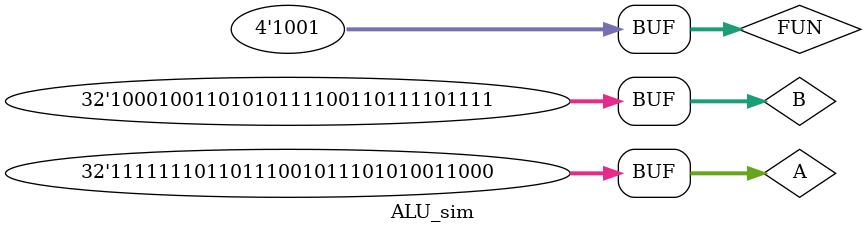
<source format=sv>
`timescale 1ns / 1ps


module ALU_sim();
    logic [31:0] A, B;
    logic [3:0] FUN;
    logic [31:0] RESULT;
    
    ALU alu( .A(A), .B(B), .ALU_FUN(FUN), .RESULT(RESULT));
    
    initial begin
        FUN = 4'b0000;                          // ADD
        A = 32'hA50F96C3; B = 32'h5AF0693C; #1;
        A = 32'h84105F21; B = 32'h7B105FDE; #1;
        A = 32'hFFFFFFFF; B = 32'h00000001; #1;       
        
        FUN = 4'b1000;                          // SUB
        A = 32'h00000000; B = 32'h00000001; #1; 
        A = 32'hAA806355; B = 32'h550162AA; #1;
        A = 32'h550162AA; B = 32'hAA806355; #1;
        
        FUN = 4'b0110;                          // OR
        A = 32'h9A9AC300; B = 32'h65A3CC0F; #1;
        A = 32'hC3C3F966; B = 32'hFF669F5A; #1;
        
        FUN = 4'b0111;                          // AND
        A = 32'hA55A00FF; B = 32'h5A5AFFFF; #1;
        A = 32'hC3C3F966; B = 32'hFF669F5A; #1;
        
        FUN = 4'b0100;                          // XOR
        A = 32'hAA5500FF; B = 32'h5AA50FF0; #1;
        A = 32'hA5A56C6C; B = 32'hFF00C6FF; #1;
        
        FUN = 4'b0101;                          // SRL
        A = 32'h805A6CF3; B = 32'h00000010; #1;
        A = 32'h705A6CF3; B = 32'h00000005; #1;
        A = 32'h805A6CF3; B = 32'h00000000; #1;
        A = 32'h805A6CF3; B = 32'h00000100; #1;
        
        FUN = 4'b0001;                          // SLL
        A = 32'h805A6CF3; B = 32'h00000010; #1;
        A = 32'h805A6CF3; B = 32'h00000005; #1;
        A = 32'h805A6CF3; B = 32'h00000100; #1;
        
        FUN = 4'b1101;                          // SRA
        A = 32'h805A6CF3; B = 32'h00000010; #1;
        A = 32'h705A6CF3; B = 32'h00000005; #1;
        A = 32'h805A6CF3; B = 32'h00000000; #1;
        A = 32'h805A6CF3; B = 32'h00000100; #1;
        
        FUN = 4'b0010;                          // SLT
        A = 32'h7FFFFFFF; B = 32'h80000000; #1;
        A = 32'h80000000; B = 32'h00000001; #1;
        A = 32'h00000000; B = 32'h00000000; #1;
        A = 32'h55555555; B = 32'h55555555; #1;
        
        FUN = 4'b0011;                          // SLTU
        A = 32'h7FFFFFFF; B = 32'h80000000; #1;
        A = 32'h80000000; B = 32'h00000001; #1;
        A = 32'h00000000; B = 32'h00000000; #1;
        A = 32'h55AA55AA; B = 32'h55AA55AA; #1;
                
        FUN = 4'b1001;                          // LUI - copy
        A = 32'h01234567; B = 32'h76543210; #1;
        A = 32'hFEDCBA98; B = 32'h89ABCDEF; #1;
        
    end
endmodule

</source>
